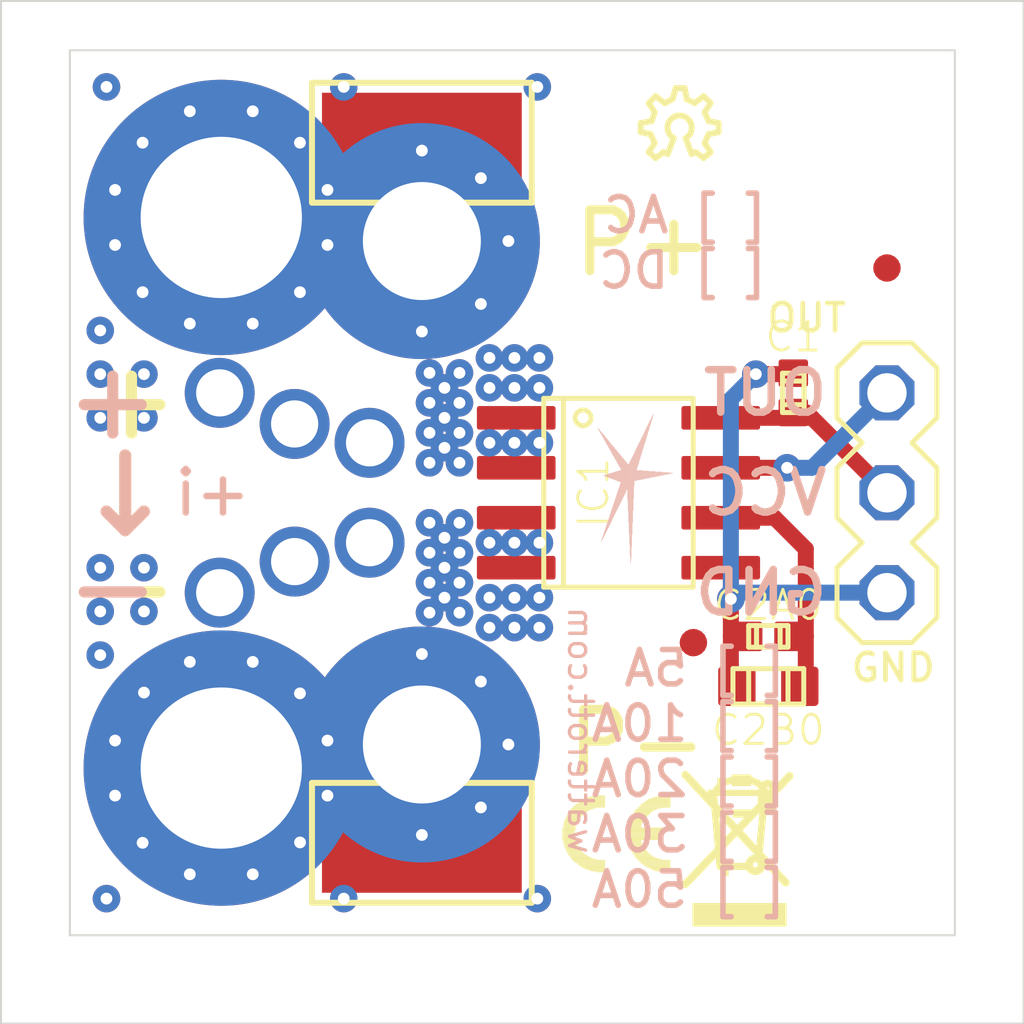
<source format=kicad_pcb>
(kicad_pcb (version 20240108) (generator "pcbnew") (generator_version "8.0")
  (layers (0 "F.Cu" signal) (31 "B.Cu" signal) (34 "B.Paste" user) (35 "F.Paste" user) (36 "B.SilkS" user "B.Silkscreen") (37 "F.SilkS" user "F.Silkscreen") (38 "B.Mask" user) (39 "F.Mask" user) (44 "Edge.Cuts" user))
  (net 0 "")
  (net 1 "GND")
  (net 2 "VCC")
  (net 3 "VIOUT")
  (net 4 "FLT")
  (net 5 "IP-")
  (net 6 "IP+")
  (footprint "C0402" (layer "F.Cu") (at 155.64485 102.4636)
    (property "Reference" "C1" (at 0 -1.42875 0) (layer "F.SilkS") (effects (font (size 0.739648 0.739648) (thickness 0.073152))))
    (property "Value" "100n" (hide yes))
    (pad "1" smd roundrect (at 0 -0.5) (size 0.75 0.7) (layers "F.Cu" "F.Paste" "F.Mask") (roundrect_rratio 0.1) (net 1 "GND"))
    (pad "2" smd roundrect (at 0 0.5) (size 0.75 0.7) (layers "F.Cu" "F.Paste" "F.Mask") (roundrect_rratio 0.1) (net 2 "VCC"))
  )
  (footprint "CE_2MM" (layer "F.Cu") (at 151.1511 113.6736)
    (property "Reference" "LOGO1" (hide yes))
    (property "Value" "LOGO_CE-2" (hide yes))
  )
  (footprint "" (layer "F.Cu") (at 157.2511 96.2536)
    (property "Reference" "@HOLE1" (hide yes))
    (property "Value" "")
    (pad "" np_thru_hole circle (at 0 0) (size 3.2 3.2) (drill 3.2) (layers "*.Cu" "*.Mask"))
  )
  (footprint "5-2,5" (layer "F.Cu") (at 146.2011 96.1036 90)
    (property "Reference" "PAD1" (hide yes))
    (property "Value" "")
    (pad "1" smd rect (at 0 0 90) (size 2.54 5.08) (layers "F.Cu" "F.Paste" "F.Mask") (net 6 "IP+"))
  )
  (footprint "WEEE_4MM" (layer "F.Cu") (at 154.2111 114.0436)
    (property "Reference" "LOGO4" (hide yes))
    (property "Value" "LOGO_WEEE-4" (hide yes))
  )
  (footprint "C0402" (layer "F.Cu") (at 155.00985 108.65485 90)
    (property "Reference" "C2A0" (at 0.79375 0 0) (layer "F.SilkS") (effects (font (size 0.739648 0.739648) (thickness 0.073152))))
    (property "Value" "1n" (hide yes))
    (pad "1" smd roundrect (at 0 -0.5 90) (size 0.75 0.7) (layers "F.Cu" "F.Paste" "F.Mask") (roundrect_rratio 0.1) (net 1 "GND"))
    (pad "2" smd roundrect (at 0 0.5 90) (size 0.75 0.7) (layers "F.Cu" "F.Paste" "F.Mask") (roundrect_rratio 0.1) (net 4 "FLT"))
  )
  (footprint "OSHW_6X70" (layer "F.Cu") (at 151.76485 96.49485)
    (property "Reference" "LOGO2" (hide yes))
    (property "Value" "OSHW_LOGOX0070" (hide yes))
  )
  (footprint "PASSER_07MM" (layer "F.Cu") (at 153.10485 108.8136)
    (property "Reference" "X2" (hide yes))
    (property "Value" "PASSER-07" (hide yes))
    (pad "X" smd roundrect (at 0 0) (size 0.7 0.7) (layers "F.Cu") (roundrect_rratio 0.5))
  )
  (footprint "C0603" (layer "F.Cu") (at 155.00985 109.92485 90)
    (property "Reference" "C2B0" (at -1.11125 0 0) (layer "F.SilkS") (effects (font (size 0.739648 0.739648) (thickness 0.073152))))
    (property "Value" "nb" (hide yes))
    (pad "1" smd roundrect (at 0 -0.8 90) (size 1 0.95) (layers "F.Cu" "F.Paste" "F.Mask") (roundrect_rratio 0.1) (net 1 "GND"))
    (pad "2" smd roundrect (at 0 0.8 90) (size 1 0.95) (layers "F.Cu" "F.Paste" "F.Mask") (roundrect_rratio 0.1) (net 4 "FLT"))
  )
  (footprint "MA03-1" (layer "F.Cu") (at 158.0261 105.0036 180)
    (property "Reference" "J1" (hide yes))
    (property "Value" "MA03-1" (hide yes))
    (pad "1" thru_hole roundrect (at 0 -2.54 180) (size 1.4 1.4) (drill 1) (layers "*.Cu" "*.Mask") (chamfer_ratio 0.2928932188) (chamfer top_left top_right bottom_left bottom_right) (net 1 "GND"))
    (pad "2" thru_hole roundrect (at 0 0 180) (size 1.4 1.4) (drill 1) (layers "*.Cu" "*.Mask") (chamfer_ratio 0.2928932188) (chamfer top_left top_right bottom_left bottom_right) (net 2 "VCC"))
    (pad "3" thru_hole roundrect (at 0 2.54 180) (size 1.4 1.4) (drill 1) (layers "*.Cu" "*.Mask") (chamfer_ratio 0.2928932188) (chamfer top_left top_right bottom_left bottom_right) (net 3 "VIOUT"))
  )
  (footprint "SO8" (layer "F.Cu") (at 151.19985 105.0036)
    (property "Reference" "IC1" (at -0.635 0 90) (layer "F.SilkS") (effects (font (size 0.739648 0.739648) (thickness 0.073152))))
    (property "Value" "ACS724LLCTR")
    (pad "1" smd roundrect (at -2.6 -1.905 270) (size 0.6 2) (layers "F.Cu" "F.Paste" "F.Mask") (roundrect_rratio 0.1) (net 6 "IP+"))
    (pad "2" smd roundrect (at -2.6 -0.635 270) (size 0.6 2) (layers "F.Cu" "F.Paste" "F.Mask") (roundrect_rratio 0.1) (net 6 "IP+"))
    (pad "3" smd roundrect (at -2.6 0.635 270) (size 0.6 2) (layers "F.Cu" "F.Paste" "F.Mask") (roundrect_rratio 0.1) (net 5 "IP-"))
    (pad "4" smd roundrect (at -2.6 1.905 270) (size 0.6 2) (layers "F.Cu" "F.Paste" "F.Mask") (roundrect_rratio 0.1) (net 5 "IP-"))
    (pad "5" smd roundrect (at 2.6 1.905 270) (size 0.6 2) (layers "F.Cu" "F.Paste" "F.Mask") (roundrect_rratio 0.1) (net 1 "GND"))
    (pad "6" smd roundrect (at 2.6 0.635 270) (size 0.6 2) (layers "F.Cu" "F.Paste" "F.Mask") (roundrect_rratio 0.1) (net 4 "FLT"))
    (pad "7" smd roundrect (at 2.6 -0.635 270) (size 0.6 2) (layers "F.Cu" "F.Paste" "F.Mask") (roundrect_rratio 0.1) (net 3 "VIOUT"))
    (pad "8" smd roundrect (at 2.6 -1.905 270) (size 0.6 2) (layers "F.Cu" "F.Paste" "F.Mask") (roundrect_rratio 0.1) (net 2 "VCC"))
  )
  (footprint "PASSER_07MM" (layer "F.Cu") (at 158.0261 99.2886)
    (property "Reference" "X1" (hide yes))
    (property "Value" "PASSER-07" (hide yes))
    (pad "X" smd roundrect (at 0 0) (size 0.7 0.7) (layers "F.Cu") (roundrect_rratio 0.5))
  )
  (footprint "" (layer "F.Cu") (at 157.2511 113.7536)
    (property "Reference" "@HOLE0" (hide yes))
    (property "Value" "")
    (pad "" np_thru_hole circle (at 0 0) (size 3.2 3.2) (drill 3.2) (layers "*.Cu" "*.Mask"))
  )
  (footprint "5-2,5" (layer "F.Cu") (at 146.2011 113.9036 90)
    (property "Reference" "PAD2" (hide yes))
    (property "Value" "")
    (pad "1" smd rect (at 0 0 90) (size 2.54 5.08) (layers "F.Cu" "F.Paste" "F.Mask") (net 5 "IP-"))
  )
  (footprint "SPARK_TPLACE_S" (layer "B.Cu") (at 151.4686 104.59485 -90)
    (property "Reference" "LOGO3" (hide yes))
    (property "Value" "LOGO-S_PLACE_S" (hide yes))
  )
  (gr_line (start 138.6586 105.9561) (end 139.13485 105.47985) (stroke (width 0.3048)) (layer "B.SilkS"))
  (gr_line (start 138.18235 105.47985) (end 138.6586 105.9561) (stroke (width 0.3048)) (layer "B.SilkS"))
  (gr_line (start 138.6586 104.0511) (end 138.6586 105.9561) (stroke (width 0.3048)) (layer "B.SilkS"))
  (gr_line (start 139.13485 105.47985) (end 138.6586 105.9561) (stroke (width 0.3048)) (layer "F.SilkS"))
  (gr_line (start 138.6586 104.0511) (end 138.6586 105.9561) (stroke (width 0.3048)) (layer "F.SilkS"))
  (gr_line (start 138.6586 105.9561) (end 138.18235 105.47985) (stroke (width 0.3048)) (layer "F.SilkS"))
  (gr_line (start 137.2511 116.2536) (end 159.7511 116.2536) (stroke (width 0.05)) (layer "Edge.Cuts"))
  (gr_line (start 159.7511 116.2536) (end 159.7511 93.7536) (stroke (width 0.05)) (layer "Edge.Cuts"))
  (gr_line (start 137.2511 93.7536) (end 137.2511 116.2536) (stroke (width 0.05)) (layer "Edge.Cuts"))
  (gr_line (start 159.7511 93.7536) (end 137.2511 93.7536) (stroke (width 0.05)) (layer "Edge.Cuts"))
  (gr_rect (start 135.5 92.5) (end 161.5 118.5) (stroke (width 0.05)) (fill none) (layer "Edge.Cuts"))
  (gr_text "GND" (at 156.59735 107.5436 0) (layer "B.SilkS") (effects (font (size 1.0795 1.0795) (thickness 0.1905)) (justify left mirror)))
  (gr_text "+i" (at 140.8811 105.0036 0) (layer "B.SilkS") (effects (font (size 1.1049 1.1049) (thickness 0.1651)) (justify mirror)))
  (gr_text "+" (at 138.3411 102.62235 0) (layer "B.SilkS") (effects (font (size 1.900428 1.900428) (thickness 0.283972)) (justify mirror)))
  (gr_text "[ ] AC\n[ ] DC" (at 155.0511 99.8636 0) (layer "B.SilkS") (effects (font (size 0.87376 0.87376) (thickness 0.14224)) (justify left bottom mirror)))
  (gr_text "-" (at 138.3411 107.38485 0) (layer "B.SilkS") (effects (font (size 1.900428 1.900428) (thickness 0.283972)) (justify mirror)))
  (gr_text "[ ] 5A\n[ ] 10A\n[ ] 20A\n[ ] 30A\n[ ] 50A" (at 155.5311 115.6036 0) (layer "B.SilkS") (effects (font (size 0.87376 0.87376) (thickness 0.14224)) (justify left bottom mirror)))
  (gr_text "OUT" (at 156.59735 102.4636 0) (layer "B.SilkS") (effects (font (size 1.0795 1.0795) (thickness 0.1905)) (justify left mirror)))
  (gr_text "VCC" (at 156.59735 105.0036 0) (layer "B.SilkS") (effects (font (size 1.0795 1.0795) (thickness 0.1905)) (justify left mirror)))
  (gr_text "watterott.com" (at 150.23485 111.039731 -90) (layer "B.SilkS") (effects (font (size 0.616 0.616) (thickness 0.084)) (justify mirror)))
  (gr_text "+" (at 138.81735 102.62235 0) (layer "F.SilkS") (effects (font (size 1.900428 1.900428) (thickness 0.283972))))
  (gr_text "-" (at 138.81735 107.38485 0) (layer "F.SilkS") (effects (font (size 1.900428 1.900428) (thickness 0.283972))))
  (gr_text "P-" (at 151.6761 111.3536 0) (layer "F.SilkS") (effects (font (size 1.54686 1.54686) (thickness 0.23114))))
  (gr_text "P+" (at 151.83485 98.6536 0) (layer "F.SilkS") (effects (font (size 1.54686 1.54686) (thickness 0.23114))))
  (gr_text "OUT" (at 155.983323 100.5586 0) (layer "F.SilkS") (effects (font (size 0.69088 0.69088) (thickness 0.12192))))
  (gr_text "GND" (at 158.18485 109.4486 0) (layer "F.SilkS") (effects (font (size 0.69088 0.69088) (thickness 0.12192))))
  (segment (start 155.6211 101.98735) (end 155.64485 101.9636) (width 0.4064) (layer "F.Cu") (net 1))
  (segment (start 154.05735 107.70235) (end 154.05735 108.65485) (width 0.4064) (layer "F.Cu") (net 1))
  (segment (start 154.05735 108.65485) (end 154.05735 109.77235) (width 0.4064) (layer "F.Cu") (net 1))
  (segment (start 154.05735 106.9086) (end 154.05735 107.70235) (width 0.4064) (layer "F.Cu") (net 1))
  (segment (start 154.50985 108.65485) (end 154.05735 108.65485) (width 0.4064) (layer "F.Cu") (net 1))
  (segment (start 154.05735 109.77235) (end 154.20985 109.92485) (width 0.4064) (layer "F.Cu") (net 1))
  (segment (start 154.69235 101.98735) (end 155.6211 101.98735) (width 0.4064) (layer "F.Cu") (net 1))
  (segment (start 153.79985 106.9086) (end 154.05735 106.9086) (width 0.4064) (layer "F.Cu") (net 1))
  (via (at 154.69235 101.98735) (size 0.7) (drill 0.3) (layers "F.Cu" "B.Cu") (net 1))
  (via (at 154.05735 107.70235) (size 0.7) (drill 0.3) (layers "F.Cu" "B.Cu") (net 1))
  (segment (start 154.05735 102.62235) (end 154.69235 101.98735) (width 0.4064) (layer "B.Cu") (net 1))
  (segment (start 154.2161 107.5436) (end 154.05735 107.70235) (width 0.4064) (layer "B.Cu") (net 1))
  (segment (start 158.0261 107.5436) (end 154.2161 107.5436) (width 0.4064) (layer "B.Cu") (net 1))
  (segment (start 154.05735 107.70235) (end 154.05735 102.62235) (width 0.4064) (layer "B.Cu") (net 1))
  (segment (start 153.79985 103.0986) (end 156.1211 103.0986) (width 0.4064) (layer "F.Cu") (net 2))
  (segment (start 155.64485 102.9636) (end 155.9861 102.9636) (width 0.4064) (layer "F.Cu") (net 2))
  (segment (start 156.1211 103.0986) (end 158.0261 105.0036) (width 0.4064) (layer "F.Cu") (net 2))
  (segment (start 155.9861 102.9636) (end 156.1211 103.0986) (width 0.4064) (layer "F.Cu") (net 2))
  (segment (start 153.79985 104.3686) (end 155.4861 104.3686) (width 0.4064) (layer "F.Cu") (net 3))
  (via (at 155.4861 104.3686) (size 0.7) (drill 0.3) (layers "F.Cu" "B.Cu") (net 3))
  (segment (start 155.4861 104.3686) (end 156.1211 104.3686) (width 0.4064) (layer "B.Cu") (net 3))
  (segment (start 156.1211 104.3686) (end 158.0261 102.4636) (width 0.4064) (layer "B.Cu") (net 3))
  (segment (start 155.96235 108.65485) (end 155.96235 109.77235) (width 0.4064) (layer "F.Cu") (net 4))
  (segment (start 155.96235 106.43235) (end 155.96235 108.65485) (width 0.4064) (layer "F.Cu") (net 4))
  (segment (start 153.79985 105.6386) (end 155.1686 105.6386) (width 0.4064) (layer "F.Cu") (net 4))
  (segment (start 155.50985 108.65485) (end 155.96235 108.65485) (width 0.4064) (layer "F.Cu") (net 4))
  (segment (start 155.96235 109.77235) (end 155.80985 109.92485) (width 0.4064) (layer "F.Cu") (net 4))
  (segment (start 155.1686 105.6386) (end 155.96235 106.43235) (width 0.4064) (layer "F.Cu") (net 4))
  (via (at 147.1571 106.5276) (size 0.7) (drill 0.3) (layers "F.Cu" "B.Cu") (net 5))
  (via (at 146.3951 105.7656) (size 0.7) (drill 0.3) (layers "F.Cu" "B.Cu") (net 5))
  (via (at 147.7011 109.8036) (size 0.7) (drill 0.3) (layers "F.Cu" "B.Cu") (net 5))
  (via (at 148.5541 107.6706) (size 0.7) (drill 0.3) (layers "F.Cu" "B.Cu") (net 5))
  (via (at 139.13485 106.9086) (size 0.7) (drill 0.3) (layers "F.Cu" "B.Cu") (net 5))
  (via (at 144.8711 106.2736) (size 1.778) (drill 1.2) (layers "F.Cu" "B.Cu") (net 5))
  (via (at 146.7761 107.6706) (size 0.7) (drill 0.3) (layers "F.Cu" "B.Cu") (net 5))
  (via (at 138.0236 108.01985) (size 0.7) (drill 0.3) (layers "F.Cu" "B.Cu") (net 5))
  (via (at 141.9011 109.3036) (size 0.7) (drill 0.3) (layers "F.Cu" "B.Cu") (net 5))
  (via (at 147.7011 113.0036) (size 0.7) (drill 0.3) (layers "F.Cu" "B.Cu") (net 5))
  (via (at 148.5541 106.2736) (size 0.7) (drill 0.3) (layers "F.Cu" "B.Cu") (net 5))
  (via (at 147.9191 107.6706) (size 0.7) (drill 0.3) (layers "F.Cu" "B.Cu") (net 5))
  (via (at 139.13485 110.0836) (size 0.7) (drill 0.3) (layers "F.Cu" "B.Cu") (net 5))
  (via (at 146.3951 106.5276) (size 0.7) (drill 0.3) (layers "F.Cu" "B.Cu") (net 5))
  (via (at 147.1571 108.0516) (size 0.7) (drill 0.3) (layers "F.Cu" "B.Cu") (net 5))
  (via (at 149.1361 115.32235) (size 0.7) (drill 0.3) (layers "F.Cu" "B.Cu") (net 5))
  (via (at 138.0236 106.9086) (size 0.7) (drill 0.3) (layers "F.Cu" "B.Cu") (net 5))
  (via (at 141.0611 107.5436) (size 1.778) (drill 1.2) (layers "F.Cu" "B.Cu") (net 5))
  (via (at 143.8011 112.7036) (size 0.7) (drill 0.3) (layers "F.Cu" "B.Cu") (net 5))
  (via (at 139.1011 113.9036) (size 0.7) (drill 0.3) (layers "F.Cu" "B.Cu") (net 5))
  (via (at 146.3951 108.0516) (size 0.7) (drill 0.3) (layers "F.Cu" "B.Cu") (net 5))
  (via (at 143.1011 110.1036) (size 0.7) (drill 0.3) (layers "F.Cu" "B.Cu") (net 5))
  (via (at 147.9191 106.2736) (size 0.7) (drill 0.3) (layers "F.Cu" "B.Cu") (net 5))
  (via (at 142.9661 106.7536) (size 1.778) (drill 1.2) (layers "F.Cu" "B.Cu") (net 5))
  (via (at 146.3951 107.2896) (size 0.7) (drill 0.3) (layers "F.Cu" "B.Cu") (net 5))
  (via (at 139.13485 108.01985) (size 0.7) (drill 0.3) (layers "F.Cu" "B.Cu") (net 5))
  (via (at 138.18235 115.32235) (size 0.7) (drill 0.3) (layers "F.Cu" "B.Cu") (net 5))
  (via (at 146.2011 113.7036) (size 0.7) (drill 0.3) (layers "F.Cu" "B.Cu") (net 5))
  (via (at 138.4011 112.7036) (size 0.7) (drill 0.3) (layers "F.Cu" "B.Cu") (net 5))
  (via (at 146.7761 106.1466) (size 0.7) (drill 0.3) (layers "F.Cu" "B.Cu") (net 5))
  (via (at 138.0236 109.1311) (size 0.7) (drill 0.3) (layers "F.Cu" "B.Cu") (net 5))
  (via (at 140.3011 114.7036) (size 0.7) (drill 0.3) (layers "F.Cu" "B.Cu") (net 5))
  (via (at 146.7761 106.9086) (size 0.7) (drill 0.3) (layers "F.Cu" "B.Cu") (net 5))
  (via (at 141.1011 112.0036) (size 7) (drill 4.1) (layers "F.Cu" "B.Cu") (net 5))
  (via (at 146.2011 111.4036) (size 6) (drill 3) (layers "F.Cu" "B.Cu") (net 5))
  (via (at 147.1571 105.7656) (size 0.7) (drill 0.3) (layers "F.Cu" "B.Cu") (net 5))
  (via (at 141.9011 114.7036) (size 0.7) (drill 0.3) (layers "F.Cu" "B.Cu") (net 5))
  (via (at 147.9191 108.4326) (size 0.7) (drill 0.3) (layers "F.Cu" "B.Cu") (net 5))
  (via (at 143.8011 111.3036) (size 0.7) (drill 0.3) (layers "F.Cu" "B.Cu") (net 5))
  (via (at 148.4011 111.4036) (size 0.7) (drill 0.3) (layers "F.Cu" "B.Cu") (net 5))
  (via (at 147.1571 107.2896) (size 0.7) (drill 0.3) (layers "F.Cu" "B.Cu") (net 5))
  (via (at 140.3011 109.3036) (size 0.7) (drill 0.3) (layers "F.Cu" "B.Cu") (net 5))
  (via (at 149.1891 108.4326) (size 0.7) (drill 0.3) (layers "F.Cu" "B.Cu") (net 5))
  (via (at 144.21485 115.32235) (size 0.7) (drill 0.3) (layers "F.Cu" "B.Cu") (net 5))
  (via (at 149.1891 107.6706) (size 0.7) (drill 0.3) (layers "F.Cu" "B.Cu") (net 5))
  (via (at 143.1036 113.8936) (size 0.7) (drill 0.3) (layers "F.Cu" "B.Cu") (net 5))
  (via (at 146.2011 109.1036) (size 0.7) (drill 0.3) (layers "F.Cu" "B.Cu") (net 5))
  (via (at 138.4011 111.3036) (size 0.7) (drill 0.3) (layers "F.Cu" "B.Cu") (net 5))
  (via (at 149.1891 106.2736) (size 0.7) (drill 0.3) (layers "F.Cu" "B.Cu") (net 5))
  (via (at 148.5541 108.4326) (size 0.7) (drill 0.3) (layers "F.Cu" "B.Cu") (net 5))
  (via (at 141.1011 98.0036) (size 7) (drill 4.1) (layers "F.Cu" "B.Cu") (net 6))
  (via (at 146.2011 96.3036) (size 0.7) (drill 0.3) (layers "F.Cu" "B.Cu") (net 6))
  (via (at 146.3951 103.4796) (size 0.7) (drill 0.3) (layers "F.Cu" "B.Cu") (net 6))
  (via (at 139.1011 99.9036) (size 0.7) (drill 0.3) (layers "F.Cu" "B.Cu") (net 6))
  (via (at 138.0236 100.8761) (size 0.7) (drill 0.3) (layers "F.Cu" "B.Cu") (net 6))
  (via (at 143.1011 99.9036) (size 0.7) (drill 0.3) (layers "F.Cu" "B.Cu") (net 6))
  (via (at 146.7761 102.3366) (size 0.7) (drill 0.3) (layers "F.Cu" "B.Cu") (net 6))
  (via (at 146.7761 103.8606) (size 0.7) (drill 0.3) (layers "F.Cu" "B.Cu") (net 6))
  (via (at 138.4011 97.3036) (size 0.7) (drill 0.3) (layers "F.Cu" "B.Cu") (net 6))
  (via (at 139.13485 101.98735) (size 0.7) (drill 0.3) (layers "F.Cu" "B.Cu") (net 6))
  (via (at 143.8011 97.3036) (size 0.7) (drill 0.3) (layers "F.Cu" "B.Cu") (net 6))
  (via (at 149.1891 102.3366) (size 0.7) (drill 0.3) (layers "F.Cu" "B.Cu") (net 6))
  (via (at 146.3951 101.9556) (size 0.7) (drill 0.3) (layers "F.Cu" "B.Cu") (net 6))
  (via (at 149.1361 94.68485) (size 0.7) (drill 0.3) (layers "F.Cu" "B.Cu") (net 6))
  (via (at 147.9191 101.5746) (size 0.7) (drill 0.3) (layers "F.Cu" "B.Cu") (net 6))
  (via (at 148.5541 103.7336) (size 0.7) (drill 0.3) (layers "F.Cu" "B.Cu") (net 6))
  (via (at 143.8011 98.7036) (size 0.7) (drill 0.3) (layers "F.Cu" "B.Cu") (net 6))
  (via (at 140.3011 95.3036) (size 0.7) (drill 0.3) (layers "F.Cu" "B.Cu") (net 6))
  (via (at 146.3951 104.2416) (size 0.7) (drill 0.3) (layers "F.Cu" "B.Cu") (net 6))
  (via (at 148.4011 98.6036) (size 0.7) (drill 0.3) (layers "F.Cu" "B.Cu") (net 6))
  (via (at 146.7761 103.0986) (size 0.7) (drill 0.3) (layers "F.Cu" "B.Cu") (net 6))
  (via (at 141.9011 100.7036) (size 0.7) (drill 0.3) (layers "F.Cu" "B.Cu") (net 6))
  (via (at 147.9191 103.7336) (size 0.7) (drill 0.3) (layers "F.Cu" "B.Cu") (net 6))
  (via (at 146.3951 102.7176) (size 0.7) (drill 0.3) (layers "F.Cu" "B.Cu") (net 6))
  (via (at 138.0236 103.0986) (size 0.7) (drill 0.3) (layers "F.Cu" "B.Cu") (net 6))
  (via (at 138.18235 94.68485) (size 0.7) (drill 0.3) (layers "F.Cu" "B.Cu") (net 6))
  (via (at 147.1571 103.4796) (size 0.7) (drill 0.3) (layers "F.Cu" "B.Cu") (net 6))
  (via (at 138.4011 98.7036) (size 0.7) (drill 0.3) (layers "F.Cu" "B.Cu") (net 6))
  (via (at 148.5541 101.5746) (size 0.7) (drill 0.3) (layers "F.Cu" "B.Cu") (net 6))
  (via (at 146.2011 100.9036) (size 0.7) (drill 0.3) (layers "F.Cu" "B.Cu") (net 6))
  (via (at 147.1571 104.2416) (size 0.7) (drill 0.3) (layers "F.Cu" "B.Cu") (net 6))
  (via (at 148.5541 102.3366) (size 0.7) (drill 0.3) (layers "F.Cu" "B.Cu") (net 6))
  (via (at 138.0236 101.98735) (size 0.7) (drill 0.3) (layers "F.Cu" "B.Cu") (net 6))
  (via (at 141.0611 102.4636) (size 1.778) (drill 1.2) (layers "F.Cu" "B.Cu") (net 6))
  (via (at 142.9661 103.2536) (size 1.778) (drill 1.2) (layers "F.Cu" "B.Cu") (net 6))
  (via (at 139.13485 103.0986) (size 0.7) (drill 0.3) (layers "F.Cu" "B.Cu") (net 6))
  (via (at 141.9011 95.3036) (size 0.7) (drill 0.3) (layers "F.Cu" "B.Cu") (net 6))
  (via (at 149.1891 103.7336) (size 0.7) (drill 0.3) (layers "F.Cu" "B.Cu") (net 6))
  (via (at 147.1571 102.7176) (size 0.7) (drill 0.3) (layers "F.Cu" "B.Cu") (net 6))
  (via (at 147.7011 100.2036) (size 0.7) (drill 0.3) (layers "F.Cu" "B.Cu") (net 6))
  (via (at 144.21485 94.68485) (size 0.7) (drill 0.3) (layers "F.Cu" "B.Cu") (net 6))
  (via (at 139.1011 96.1036) (size 0.7) (drill 0.3) (layers "F.Cu" "B.Cu") (net 6))
  (via (at 144.8711 103.7336) (size 1.778) (drill 1.2) (layers "F.Cu" "B.Cu") (net 6))
  (via (at 140.3011 100.7036) (size 0.7) (drill 0.3) (layers "F.Cu" "B.Cu") (net 6))
  (via (at 143.1011 96.1036) (size 0.7) (drill 0.3) (layers "F.Cu" "B.Cu") (net 6))
  (via (at 147.7011 97.0036) (size 0.7) (drill 0.3) (layers "F.Cu" "B.Cu") (net 6))
  (via (at 147.9191 102.3366) (size 0.7) (drill 0.3) (layers "F.Cu" "B.Cu") (net 6))
  (via (at 149.1891 101.5746) (size 0.7) (drill 0.3) (layers "F.Cu" "B.Cu") (net 6))
  (via (at 146.2011 98.6036) (size 6) (drill 3) (layers "F.Cu" "B.Cu") (net 6))
  (via (at 147.1571 101.9556) (size 0.7) (drill 0.3) (layers "F.Cu" "B.Cu") (net 6))
)
</source>
